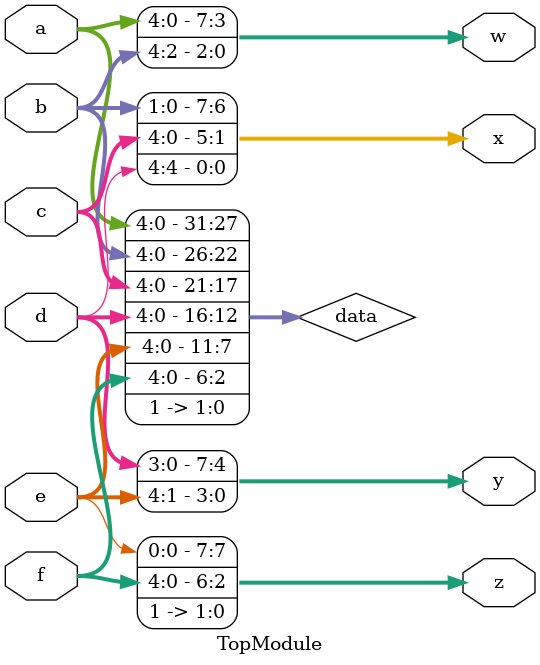
<source format=sv>


`timescale 1ns/1ps

module TopModule (
    input  wire [4:0] a,
    input  wire [4:0] b,
    input  wire [4:0] c,
    input  wire [4:0] d,
    input  wire [4:0] e,
    input  wire [4:0] f,
    output wire [7:0] w,
    output wire [7:0] x,
    output wire [7:0] y,
    output wire [7:0] z
);

// 32‑bit word: 30‑bit concatenation of the inputs + two LSB '1' bits
wire [31:0] data;
assign data = { a, b, c, d, e, f, 2'b11 };

// Split the 32‑bit word into four 8‑bit outputs
// w gets bits [31:24], x gets [23:16], y gets [15:8], z gets [7:0]
assign { w, x, y, z } = data;

endmodule

// VERILOG-EVAL: errant inclusion of module definition

</source>
